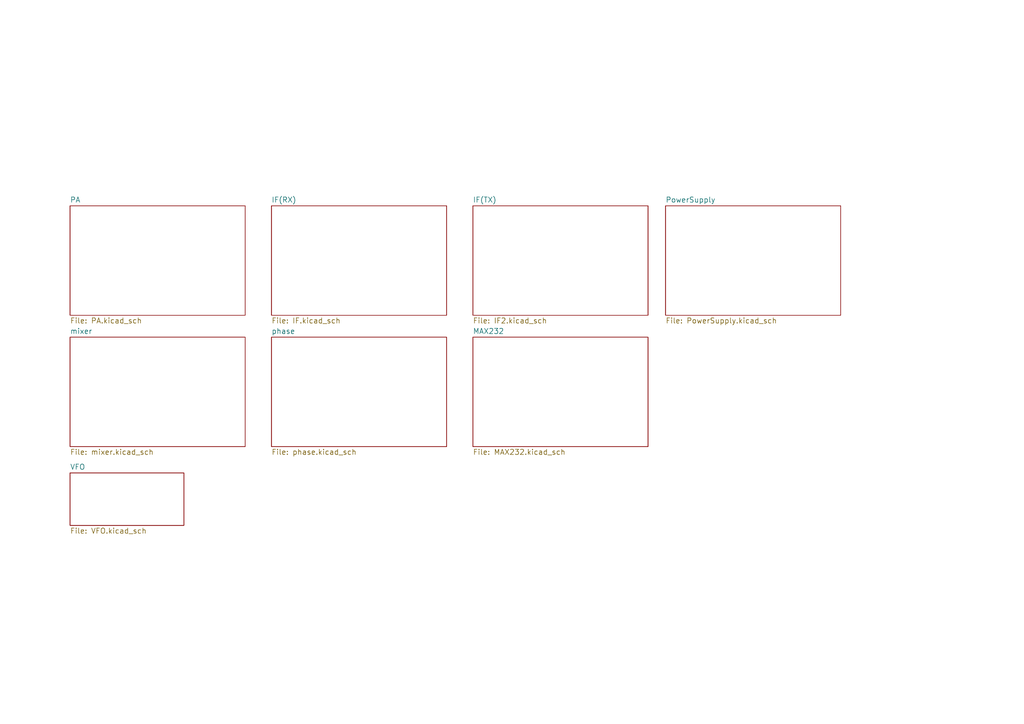
<source format=kicad_sch>
(kicad_sch
	(version 20231120)
	(generator "eeschema")
	(generator_version "8.0")
	(uuid "74d736cc-15c3-4dc5-ae3c-dc08a689d728")
	(paper "A4")
	(title_block
		(title "Pure TRX")
		(date "2016-02-18")
		(rev "1.06")
		(company "SofterHardware")
		(comment 1 "Vasyl Kuzmenko")
	)
	(lib_symbols)
	(sheet
		(at 78.74 97.79)
		(size 50.8 31.75)
		(fields_autoplaced yes)
		(stroke
			(width 0)
			(type solid)
		)
		(fill
			(color 0 0 0 0.0000)
		)
		(uuid "00000000-0000-0000-0000-0000615a98e3")
		(property "Sheetname" "phase"
			(at 78.74 96.9514 0)
			(effects
				(font
					(size 1.524 1.524)
				)
				(justify left bottom)
			)
		)
		(property "Sheetfile" "phase.kicad_sch"
			(at 78.74 130.2262 0)
			(effects
				(font
					(size 1.524 1.524)
				)
				(justify left top)
			)
		)
		(instances
			(project "pure"
				(path "/74d736cc-15c3-4dc5-ae3c-dc08a689d728"
					(page "6")
				)
			)
		)
	)
	(sheet
		(at 20.32 97.79)
		(size 50.8 31.75)
		(fields_autoplaced yes)
		(stroke
			(width 0)
			(type solid)
		)
		(fill
			(color 0 0 0 0.0000)
		)
		(uuid "00000000-0000-0000-0000-0000615c99b7")
		(property "Sheetname" "mixer"
			(at 20.32 96.9514 0)
			(effects
				(font
					(size 1.524 1.524)
				)
				(justify left bottom)
			)
		)
		(property "Sheetfile" "mixer.kicad_sch"
			(at 20.32 130.2262 0)
			(effects
				(font
					(size 1.524 1.524)
				)
				(justify left top)
			)
		)
		(instances
			(project "pure"
				(path "/74d736cc-15c3-4dc5-ae3c-dc08a689d728"
					(page "3")
				)
			)
		)
	)
	(sheet
		(at 78.74 59.69)
		(size 50.8 31.75)
		(fields_autoplaced yes)
		(stroke
			(width 0)
			(type solid)
		)
		(fill
			(color 0 0 0 0.0000)
		)
		(uuid "00000000-0000-0000-0000-0000615dbe66")
		(property "Sheetname" "IF(RX)"
			(at 78.74 58.8514 0)
			(effects
				(font
					(size 1.524 1.524)
				)
				(justify left bottom)
			)
		)
		(property "Sheetfile" "IF.kicad_sch"
			(at 78.74 92.1262 0)
			(effects
				(font
					(size 1.524 1.524)
				)
				(justify left top)
			)
		)
		(instances
			(project "pure"
				(path "/74d736cc-15c3-4dc5-ae3c-dc08a689d728"
					(page "5")
				)
			)
		)
	)
	(sheet
		(at 137.16 59.69)
		(size 50.8 31.75)
		(fields_autoplaced yes)
		(stroke
			(width 0)
			(type solid)
		)
		(fill
			(color 0 0 0 0.0000)
		)
		(uuid "00000000-0000-0000-0000-0000615fb5ed")
		(property "Sheetname" "IF(TX)"
			(at 137.16 58.8514 0)
			(effects
				(font
					(size 1.524 1.524)
				)
				(justify left bottom)
			)
		)
		(property "Sheetfile" "IF2.kicad_sch"
			(at 137.16 92.1262 0)
			(effects
				(font
					(size 1.524 1.524)
				)
				(justify left top)
			)
		)
		(instances
			(project "pure"
				(path "/74d736cc-15c3-4dc5-ae3c-dc08a689d728"
					(page "7")
				)
			)
		)
	)
	(sheet
		(at 20.32 137.16)
		(size 33.02 15.24)
		(fields_autoplaced yes)
		(stroke
			(width 0)
			(type solid)
		)
		(fill
			(color 0 0 0 0.0000)
		)
		(uuid "00000000-0000-0000-0000-000061611850")
		(property "Sheetname" "VFO"
			(at 20.32 136.3214 0)
			(effects
				(font
					(size 1.524 1.524)
				)
				(justify left bottom)
			)
		)
		(property "Sheetfile" "VFO.kicad_sch"
			(at 20.32 153.0862 0)
			(effects
				(font
					(size 1.524 1.524)
				)
				(justify left top)
			)
		)
		(instances
			(project "pure"
				(path "/74d736cc-15c3-4dc5-ae3c-dc08a689d728"
					(page "4")
				)
			)
		)
	)
	(sheet
		(at 193.04 59.69)
		(size 50.8 31.75)
		(fields_autoplaced yes)
		(stroke
			(width 0)
			(type solid)
		)
		(fill
			(color 0 0 0 0.0000)
		)
		(uuid "00000000-0000-0000-0000-0000616344f8")
		(property "Sheetname" "PowerSupply"
			(at 193.04 58.8514 0)
			(effects
				(font
					(size 1.524 1.524)
				)
				(justify left bottom)
			)
		)
		(property "Sheetfile" "PowerSupply.kicad_sch"
			(at 193.04 92.1262 0)
			(effects
				(font
					(size 1.524 1.524)
				)
				(justify left top)
			)
		)
		(instances
			(project "pure"
				(path "/74d736cc-15c3-4dc5-ae3c-dc08a689d728"
					(page "9")
				)
			)
		)
	)
	(sheet
		(at 137.16 97.79)
		(size 50.8 31.75)
		(fields_autoplaced yes)
		(stroke
			(width 0)
			(type solid)
		)
		(fill
			(color 0 0 0 0.0000)
		)
		(uuid "00000000-0000-0000-0000-0000629e5c8c")
		(property "Sheetname" "MAX232"
			(at 137.16 96.9514 0)
			(effects
				(font
					(size 1.524 1.524)
				)
				(justify left bottom)
			)
		)
		(property "Sheetfile" "MAX232.kicad_sch"
			(at 137.16 130.2262 0)
			(effects
				(font
					(size 1.524 1.524)
				)
				(justify left top)
			)
		)
		(instances
			(project "pure"
				(path "/74d736cc-15c3-4dc5-ae3c-dc08a689d728"
					(page "8")
				)
			)
		)
	)
	(sheet
		(at 20.32 59.69)
		(size 50.8 31.75)
		(fields_autoplaced yes)
		(stroke
			(width 0)
			(type solid)
		)
		(fill
			(color 0 0 0 0.0000)
		)
		(uuid "00000000-0000-0000-0000-000064608a9a")
		(property "Sheetname" "PA"
			(at 20.32 58.8514 0)
			(effects
				(font
					(size 1.524 1.524)
				)
				(justify left bottom)
			)
		)
		(property "Sheetfile" "PA.kicad_sch"
			(at 20.32 92.1262 0)
			(effects
				(font
					(size 1.524 1.524)
				)
				(justify left top)
			)
		)
		(instances
			(project "pure"
				(path "/74d736cc-15c3-4dc5-ae3c-dc08a689d728"
					(page "2")
				)
			)
		)
	)
	(sheet_instances
		(path "/"
			(page "1")
		)
	)
)
</source>
